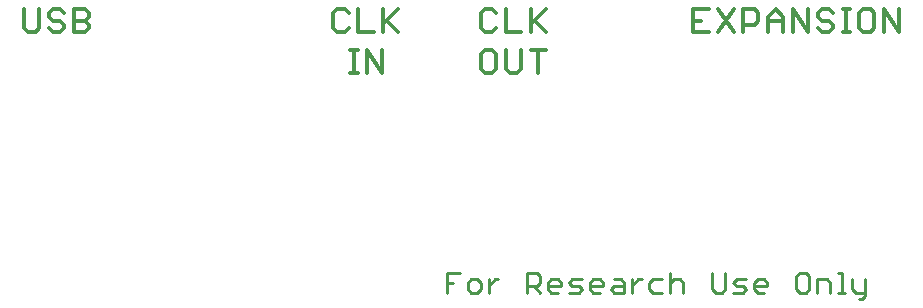
<source format=gbr>
G04 EAGLE Gerber RS-274X export*
G75*
%MOMM*%
%FSLAX34Y34*%
%LPD*%
%INSilkscreen Top*%
%IPPOS*%
%AMOC8*
5,1,8,0,0,1.08239X$1,22.5*%
G01*
%ADD10C,0.355600*%
%ADD11C,0.279400*%


D10*
X128014Y292539D02*
X128014Y276438D01*
X131234Y273218D01*
X137674Y273218D01*
X140895Y276438D01*
X140895Y292539D01*
X158724Y292539D02*
X161944Y289318D01*
X158724Y292539D02*
X152283Y292539D01*
X149063Y289318D01*
X149063Y286098D01*
X152283Y282878D01*
X158724Y282878D01*
X161944Y279658D01*
X161944Y276438D01*
X158724Y273218D01*
X152283Y273218D01*
X149063Y276438D01*
X170113Y273218D02*
X170113Y292539D01*
X179773Y292539D01*
X182993Y289318D01*
X182993Y286098D01*
X179773Y282878D01*
X182993Y279658D01*
X182993Y276438D01*
X179773Y273218D01*
X170113Y273218D01*
X170113Y282878D02*
X179773Y282878D01*
X694745Y292539D02*
X707625Y292539D01*
X694745Y292539D02*
X694745Y273218D01*
X707625Y273218D01*
X701185Y282878D02*
X694745Y282878D01*
X715794Y292539D02*
X728674Y273218D01*
X715794Y273218D02*
X728674Y292539D01*
X736843Y292539D02*
X736843Y273218D01*
X736843Y292539D02*
X746503Y292539D01*
X749724Y289318D01*
X749724Y282878D01*
X746503Y279658D01*
X736843Y279658D01*
X757892Y273218D02*
X757892Y286098D01*
X764333Y292539D01*
X770773Y286098D01*
X770773Y273218D01*
X770773Y282878D02*
X757892Y282878D01*
X778942Y273218D02*
X778942Y292539D01*
X791822Y273218D01*
X791822Y292539D01*
X809651Y292539D02*
X812871Y289318D01*
X809651Y292539D02*
X803211Y292539D01*
X799991Y289318D01*
X799991Y286098D01*
X803211Y282878D01*
X809651Y282878D01*
X812871Y279658D01*
X812871Y276438D01*
X809651Y273218D01*
X803211Y273218D01*
X799991Y276438D01*
X821040Y273218D02*
X827480Y273218D01*
X824260Y273218D02*
X824260Y292539D01*
X821040Y292539D02*
X827480Y292539D01*
X838293Y292539D02*
X844733Y292539D01*
X838293Y292539D02*
X835073Y289318D01*
X835073Y276438D01*
X838293Y273218D01*
X844733Y273218D01*
X847953Y276438D01*
X847953Y289318D01*
X844733Y292539D01*
X856122Y292539D02*
X856122Y273218D01*
X869002Y273218D02*
X856122Y292539D01*
X869002Y292539D02*
X869002Y273218D01*
X402799Y289408D02*
X399578Y292629D01*
X393138Y292629D01*
X389918Y289408D01*
X389918Y276528D01*
X393138Y273308D01*
X399578Y273308D01*
X402799Y276528D01*
X410967Y273308D02*
X410967Y292629D01*
X410967Y273308D02*
X423848Y273308D01*
X432017Y273308D02*
X432017Y292629D01*
X444897Y292629D02*
X432017Y279748D01*
X435237Y282968D02*
X444897Y273308D01*
X410391Y239018D02*
X403951Y239018D01*
X407171Y239018D02*
X407171Y258339D01*
X403951Y258339D02*
X410391Y258339D01*
X417984Y258339D02*
X417984Y239018D01*
X430864Y239018D02*
X417984Y258339D01*
X430864Y258339D02*
X430864Y239018D01*
X524578Y292629D02*
X527799Y289408D01*
X524578Y292629D02*
X518138Y292629D01*
X514918Y289408D01*
X514918Y276528D01*
X518138Y273308D01*
X524578Y273308D01*
X527799Y276528D01*
X535967Y273308D02*
X535967Y292629D01*
X535967Y273308D02*
X548848Y273308D01*
X557017Y273308D02*
X557017Y292629D01*
X569897Y292629D02*
X557017Y279748D01*
X560237Y282968D02*
X569897Y273308D01*
X524578Y258339D02*
X518138Y258339D01*
X514918Y255118D01*
X514918Y242238D01*
X518138Y239018D01*
X524578Y239018D01*
X527799Y242238D01*
X527799Y255118D01*
X524578Y258339D01*
X535967Y258339D02*
X535967Y242238D01*
X539187Y239018D01*
X545628Y239018D01*
X548848Y242238D01*
X548848Y258339D01*
X563457Y258339D02*
X563457Y239018D01*
X557017Y258339D02*
X569897Y258339D01*
D11*
X485686Y69361D02*
X485686Y52837D01*
X485686Y69361D02*
X496702Y69361D01*
X491194Y61099D02*
X485686Y61099D01*
X506215Y52837D02*
X511723Y52837D01*
X514477Y55591D01*
X514477Y61099D01*
X511723Y63853D01*
X506215Y63853D01*
X503461Y61099D01*
X503461Y55591D01*
X506215Y52837D01*
X521236Y52837D02*
X521236Y63853D01*
X521236Y58345D02*
X526744Y63853D01*
X529498Y63853D01*
X553823Y69361D02*
X553823Y52837D01*
X553823Y69361D02*
X562085Y69361D01*
X564839Y66607D01*
X564839Y61099D01*
X562085Y58345D01*
X553823Y58345D01*
X559331Y58345D02*
X564839Y52837D01*
X574352Y52837D02*
X579860Y52837D01*
X574352Y52837D02*
X571598Y55591D01*
X571598Y61099D01*
X574352Y63853D01*
X579860Y63853D01*
X582614Y61099D01*
X582614Y58345D01*
X571598Y58345D01*
X589372Y52837D02*
X597634Y52837D01*
X600388Y55591D01*
X597634Y58345D01*
X592126Y58345D01*
X589372Y61099D01*
X592126Y63853D01*
X600388Y63853D01*
X609901Y52837D02*
X615409Y52837D01*
X609901Y52837D02*
X607147Y55591D01*
X607147Y61099D01*
X609901Y63853D01*
X615409Y63853D01*
X618163Y61099D01*
X618163Y58345D01*
X607147Y58345D01*
X627676Y63853D02*
X633184Y63853D01*
X635938Y61099D01*
X635938Y52837D01*
X627676Y52837D01*
X624922Y55591D01*
X627676Y58345D01*
X635938Y58345D01*
X642697Y52837D02*
X642697Y63853D01*
X642697Y58345D02*
X648205Y63853D01*
X650959Y63853D01*
X660263Y63853D02*
X668525Y63853D01*
X660263Y63853D02*
X657509Y61099D01*
X657509Y55591D01*
X660263Y52837D01*
X668525Y52837D01*
X675284Y52837D02*
X675284Y69361D01*
X678038Y63853D02*
X675284Y61099D01*
X678038Y63853D02*
X683546Y63853D01*
X686300Y61099D01*
X686300Y52837D01*
X710834Y55591D02*
X710834Y69361D01*
X710834Y55591D02*
X713588Y52837D01*
X719096Y52837D01*
X721850Y55591D01*
X721850Y69361D01*
X728609Y52837D02*
X736871Y52837D01*
X739625Y55591D01*
X736871Y58345D01*
X731363Y58345D01*
X728609Y61099D01*
X731363Y63853D01*
X739625Y63853D01*
X749138Y52837D02*
X754646Y52837D01*
X749138Y52837D02*
X746384Y55591D01*
X746384Y61099D01*
X749138Y63853D01*
X754646Y63853D01*
X757400Y61099D01*
X757400Y58345D01*
X746384Y58345D01*
X784687Y69361D02*
X790195Y69361D01*
X784687Y69361D02*
X781933Y66607D01*
X781933Y55591D01*
X784687Y52837D01*
X790195Y52837D01*
X792949Y55591D01*
X792949Y66607D01*
X790195Y69361D01*
X799708Y63853D02*
X799708Y52837D01*
X799708Y63853D02*
X807970Y63853D01*
X810724Y61099D01*
X810724Y52837D01*
X817483Y69361D02*
X820237Y69361D01*
X820237Y52837D01*
X817483Y52837D02*
X822991Y52837D01*
X829333Y55591D02*
X829333Y63853D01*
X829333Y55591D02*
X832087Y52837D01*
X840349Y52837D01*
X840349Y50083D02*
X840349Y63853D01*
X840349Y50083D02*
X837595Y47329D01*
X834841Y47329D01*
M02*

</source>
